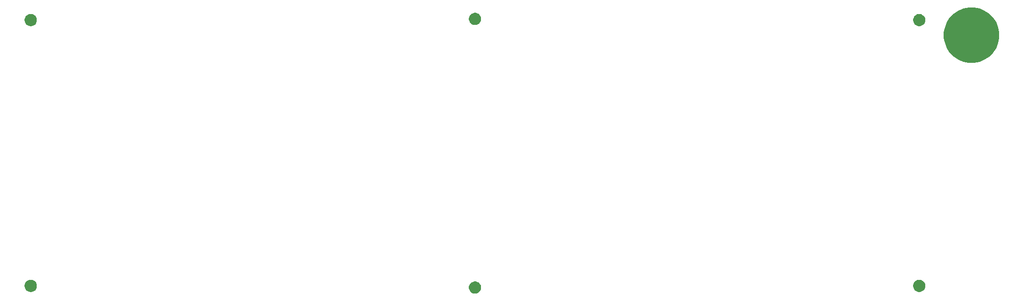
<source format=gbs>
G04 #@! TF.GenerationSoftware,KiCad,Pcbnew,(5.1.5)-3*
G04 #@! TF.CreationDate,2021-03-06T02:16:42+09:00*
G04 #@! TF.ProjectId,Kleine Gherkin,4b6c6569-6e65-4204-9768-65726b696e2e,rev?*
G04 #@! TF.SameCoordinates,Original*
G04 #@! TF.FileFunction,Soldermask,Bot*
G04 #@! TF.FilePolarity,Negative*
%FSLAX46Y46*%
G04 Gerber Fmt 4.6, Leading zero omitted, Abs format (unit mm)*
G04 Created by KiCad (PCBNEW (5.1.5)-3) date 2021-03-06 02:16:42*
%MOMM*%
%LPD*%
G04 APERTURE LIST*
%ADD10C,0.100000*%
G04 APERTURE END LIST*
D10*
G36*
X113320857Y-81242272D02*
G01*
X113521043Y-81325192D01*
X113521045Y-81325193D01*
X113611738Y-81385792D01*
X113701208Y-81445574D01*
X113854426Y-81598792D01*
X113974808Y-81778957D01*
X114057728Y-81979143D01*
X114100000Y-82191658D01*
X114100000Y-82408342D01*
X114057728Y-82620857D01*
X113974808Y-82821043D01*
X113872067Y-82974807D01*
X113854425Y-83001209D01*
X113701209Y-83154425D01*
X113521045Y-83274807D01*
X113521044Y-83274808D01*
X113521043Y-83274808D01*
X113320857Y-83357728D01*
X113108342Y-83400000D01*
X112891658Y-83400000D01*
X112679143Y-83357728D01*
X112478957Y-83274808D01*
X112478956Y-83274808D01*
X112478955Y-83274807D01*
X112298791Y-83154425D01*
X112145575Y-83001209D01*
X112127934Y-82974807D01*
X112025192Y-82821043D01*
X111942272Y-82620857D01*
X111900000Y-82408342D01*
X111900000Y-82191658D01*
X111942272Y-81979143D01*
X112025192Y-81778957D01*
X112145574Y-81598792D01*
X112298792Y-81445574D01*
X112388262Y-81385792D01*
X112478955Y-81325193D01*
X112478957Y-81325192D01*
X112679143Y-81242272D01*
X112891658Y-81200000D01*
X113108342Y-81200000D01*
X113320857Y-81242272D01*
G37*
G36*
X193320857Y-80942272D02*
G01*
X193521043Y-81025192D01*
X193521045Y-81025193D01*
X193611738Y-81085792D01*
X193701208Y-81145574D01*
X193854426Y-81298792D01*
X193974808Y-81478957D01*
X194057728Y-81679143D01*
X194100000Y-81891658D01*
X194100000Y-82108342D01*
X194057728Y-82320857D01*
X194021490Y-82408342D01*
X193974807Y-82521045D01*
X193854425Y-82701209D01*
X193701209Y-82854425D01*
X193521045Y-82974807D01*
X193521044Y-82974808D01*
X193521043Y-82974808D01*
X193320857Y-83057728D01*
X193108342Y-83100000D01*
X192891658Y-83100000D01*
X192679143Y-83057728D01*
X192478957Y-82974808D01*
X192478956Y-82974808D01*
X192478955Y-82974807D01*
X192298791Y-82854425D01*
X192145575Y-82701209D01*
X192025193Y-82521045D01*
X191978510Y-82408342D01*
X191942272Y-82320857D01*
X191900000Y-82108342D01*
X191900000Y-81891658D01*
X191942272Y-81679143D01*
X192025192Y-81478957D01*
X192145574Y-81298792D01*
X192298792Y-81145574D01*
X192388262Y-81085792D01*
X192478955Y-81025193D01*
X192478957Y-81025192D01*
X192679143Y-80942272D01*
X192891658Y-80900000D01*
X193108342Y-80900000D01*
X193320857Y-80942272D01*
G37*
G36*
X33320857Y-80942272D02*
G01*
X33521043Y-81025192D01*
X33521045Y-81025193D01*
X33611738Y-81085792D01*
X33701208Y-81145574D01*
X33854426Y-81298792D01*
X33974808Y-81478957D01*
X34057728Y-81679143D01*
X34100000Y-81891658D01*
X34100000Y-82108342D01*
X34057728Y-82320857D01*
X34021490Y-82408342D01*
X33974807Y-82521045D01*
X33854425Y-82701209D01*
X33701209Y-82854425D01*
X33521045Y-82974807D01*
X33521044Y-82974808D01*
X33521043Y-82974808D01*
X33320857Y-83057728D01*
X33108342Y-83100000D01*
X32891658Y-83100000D01*
X32679143Y-83057728D01*
X32478957Y-82974808D01*
X32478956Y-82974808D01*
X32478955Y-82974807D01*
X32298791Y-82854425D01*
X32145575Y-82701209D01*
X32025193Y-82521045D01*
X31978510Y-82408342D01*
X31942272Y-82320857D01*
X31900000Y-82108342D01*
X31900000Y-81891658D01*
X31942272Y-81679143D01*
X32025192Y-81478957D01*
X32145574Y-81298792D01*
X32298792Y-81145574D01*
X32388262Y-81085792D01*
X32478955Y-81025193D01*
X32478957Y-81025192D01*
X32679143Y-80942272D01*
X32891658Y-80900000D01*
X33108342Y-80900000D01*
X33320857Y-80942272D01*
G37*
G36*
X203381702Y-31846074D02*
G01*
X203864696Y-31942147D01*
X204774638Y-32319057D01*
X205593564Y-32866246D01*
X206290004Y-33562686D01*
X206837193Y-34381612D01*
X207214103Y-35291554D01*
X207406250Y-36257543D01*
X207406250Y-37242457D01*
X207214103Y-38208446D01*
X206837193Y-39118388D01*
X206290004Y-39937314D01*
X205593564Y-40633754D01*
X204774638Y-41180943D01*
X203864696Y-41557853D01*
X203381702Y-41653926D01*
X202898708Y-41750000D01*
X201913792Y-41750000D01*
X201430798Y-41653926D01*
X200947804Y-41557853D01*
X200037862Y-41180943D01*
X199218936Y-40633754D01*
X198522496Y-39937314D01*
X197975307Y-39118388D01*
X197598397Y-38208446D01*
X197406250Y-37242457D01*
X197406250Y-36257543D01*
X197598397Y-35291554D01*
X197975307Y-34381612D01*
X198522496Y-33562686D01*
X199218936Y-32866246D01*
X200037862Y-32319057D01*
X200947804Y-31942147D01*
X201430799Y-31846073D01*
X201913792Y-31750000D01*
X202898708Y-31750000D01*
X203381702Y-31846074D01*
G37*
G36*
X193320857Y-32942272D02*
G01*
X193521043Y-33025192D01*
X193521045Y-33025193D01*
X193611738Y-33085792D01*
X193701208Y-33145574D01*
X193854426Y-33298792D01*
X193974808Y-33478957D01*
X194057728Y-33679143D01*
X194100000Y-33891658D01*
X194100000Y-34108342D01*
X194057728Y-34320857D01*
X193974808Y-34521043D01*
X193854426Y-34701208D01*
X193701208Y-34854426D01*
X193696266Y-34857728D01*
X193521045Y-34974807D01*
X193521044Y-34974808D01*
X193521043Y-34974808D01*
X193320857Y-35057728D01*
X193108342Y-35100000D01*
X192891658Y-35100000D01*
X192679143Y-35057728D01*
X192478957Y-34974808D01*
X192478956Y-34974808D01*
X192478955Y-34974807D01*
X192303734Y-34857728D01*
X192298792Y-34854426D01*
X192145574Y-34701208D01*
X192025192Y-34521043D01*
X191942272Y-34320857D01*
X191900000Y-34108342D01*
X191900000Y-33891658D01*
X191942272Y-33679143D01*
X192025192Y-33478957D01*
X192145574Y-33298792D01*
X192298792Y-33145574D01*
X192388262Y-33085792D01*
X192478955Y-33025193D01*
X192478957Y-33025192D01*
X192679143Y-32942272D01*
X192891658Y-32900000D01*
X193108342Y-32900000D01*
X193320857Y-32942272D01*
G37*
G36*
X33320857Y-32942272D02*
G01*
X33521043Y-33025192D01*
X33521045Y-33025193D01*
X33611738Y-33085792D01*
X33701208Y-33145574D01*
X33854426Y-33298792D01*
X33974808Y-33478957D01*
X34057728Y-33679143D01*
X34100000Y-33891658D01*
X34100000Y-34108342D01*
X34057728Y-34320857D01*
X33974808Y-34521043D01*
X33854426Y-34701208D01*
X33701208Y-34854426D01*
X33696266Y-34857728D01*
X33521045Y-34974807D01*
X33521044Y-34974808D01*
X33521043Y-34974808D01*
X33320857Y-35057728D01*
X33108342Y-35100000D01*
X32891658Y-35100000D01*
X32679143Y-35057728D01*
X32478957Y-34974808D01*
X32478956Y-34974808D01*
X32478955Y-34974807D01*
X32303734Y-34857728D01*
X32298792Y-34854426D01*
X32145574Y-34701208D01*
X32025192Y-34521043D01*
X31942272Y-34320857D01*
X31900000Y-34108342D01*
X31900000Y-33891658D01*
X31942272Y-33679143D01*
X32025192Y-33478957D01*
X32145574Y-33298792D01*
X32298792Y-33145574D01*
X32388262Y-33085792D01*
X32478955Y-33025193D01*
X32478957Y-33025192D01*
X32679143Y-32942272D01*
X32891658Y-32900000D01*
X33108342Y-32900000D01*
X33320857Y-32942272D01*
G37*
G36*
X113320857Y-32742272D02*
G01*
X113521043Y-32825192D01*
X113521045Y-32825193D01*
X113582485Y-32866246D01*
X113701208Y-32945574D01*
X113854426Y-33098792D01*
X113974808Y-33278957D01*
X114057728Y-33479143D01*
X114100000Y-33691658D01*
X114100000Y-33908342D01*
X114057728Y-34120857D01*
X113974808Y-34321043D01*
X113854426Y-34501208D01*
X113701208Y-34654426D01*
X113631192Y-34701209D01*
X113521045Y-34774807D01*
X113521044Y-34774808D01*
X113521043Y-34774808D01*
X113320857Y-34857728D01*
X113108342Y-34900000D01*
X112891658Y-34900000D01*
X112679143Y-34857728D01*
X112478957Y-34774808D01*
X112478956Y-34774808D01*
X112478955Y-34774807D01*
X112368808Y-34701209D01*
X112298792Y-34654426D01*
X112145574Y-34501208D01*
X112025192Y-34321043D01*
X111942272Y-34120857D01*
X111900000Y-33908342D01*
X111900000Y-33691658D01*
X111942272Y-33479143D01*
X112025192Y-33278957D01*
X112145574Y-33098792D01*
X112298792Y-32945574D01*
X112417515Y-32866246D01*
X112478955Y-32825193D01*
X112478957Y-32825192D01*
X112679143Y-32742272D01*
X112891658Y-32700000D01*
X113108342Y-32700000D01*
X113320857Y-32742272D01*
G37*
M02*

</source>
